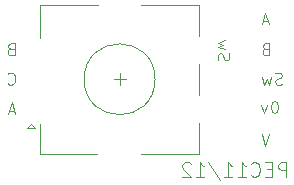
<source format=gbr>
%TF.GenerationSoftware,KiCad,Pcbnew,5.1.12-1.fc35*%
%TF.CreationDate,2021-11-27T14:33:04+00:00*%
%TF.ProjectId,kiCAD_TriSchmittPanelMount_v003,6b694341-445f-4547-9269-5363686d6974,rev?*%
%TF.SameCoordinates,Original*%
%TF.FileFunction,Legend,Bot*%
%TF.FilePolarity,Positive*%
%FSLAX46Y46*%
G04 Gerber Fmt 4.6, Leading zero omitted, Abs format (unit mm)*
G04 Created by KiCad (PCBNEW 5.1.12-1.fc35) date 2021-11-27 14:33:04*
%MOMM*%
%LPD*%
G01*
G04 APERTURE LIST*
%ADD10C,0.100000*%
%ADD11C,0.120000*%
G04 APERTURE END LIST*
D10*
X208995238Y-70480952D02*
X208947619Y-70338095D01*
X208947619Y-70100000D01*
X208995238Y-70004762D01*
X209042857Y-69957143D01*
X209138095Y-69909524D01*
X209233333Y-69909524D01*
X209328571Y-69957143D01*
X209376190Y-70004762D01*
X209423809Y-70100000D01*
X209471428Y-70290476D01*
X209519047Y-70385714D01*
X209566666Y-70433333D01*
X209661904Y-70480952D01*
X209757142Y-70480952D01*
X209852380Y-70433333D01*
X209900000Y-70385714D01*
X209947619Y-70290476D01*
X209947619Y-70052381D01*
X209900000Y-69909524D01*
X209614285Y-69576190D02*
X208947619Y-69385714D01*
X209423809Y-69195238D01*
X208947619Y-69004762D01*
X209614285Y-68814286D01*
X191428571Y-69528571D02*
X191285714Y-69576190D01*
X191238095Y-69623809D01*
X191190476Y-69719047D01*
X191190476Y-69861904D01*
X191238095Y-69957142D01*
X191285714Y-70004761D01*
X191380952Y-70052380D01*
X191761904Y-70052380D01*
X191761904Y-69052380D01*
X191428571Y-69052380D01*
X191333333Y-69100000D01*
X191285714Y-69147619D01*
X191238095Y-69242857D01*
X191238095Y-69338095D01*
X191285714Y-69433333D01*
X191333333Y-69480952D01*
X191428571Y-69528571D01*
X191761904Y-69528571D01*
X191190476Y-72457142D02*
X191238095Y-72504761D01*
X191380952Y-72552380D01*
X191476190Y-72552380D01*
X191619047Y-72504761D01*
X191714285Y-72409523D01*
X191761904Y-72314285D01*
X191809523Y-72123809D01*
X191809523Y-71980952D01*
X191761904Y-71790476D01*
X191714285Y-71695238D01*
X191619047Y-71600000D01*
X191476190Y-71552380D01*
X191380952Y-71552380D01*
X191238095Y-71600000D01*
X191190476Y-71647619D01*
X191738095Y-74766666D02*
X191261904Y-74766666D01*
X191833333Y-75052380D02*
X191500000Y-74052380D01*
X191166666Y-75052380D01*
X213333333Y-76752380D02*
X213000000Y-77752380D01*
X212666666Y-76752380D01*
X213804762Y-73952380D02*
X213709524Y-73952380D01*
X213614286Y-74000000D01*
X213566667Y-74047619D01*
X213519048Y-74142857D01*
X213471429Y-74333333D01*
X213471429Y-74571428D01*
X213519048Y-74761904D01*
X213566667Y-74857142D01*
X213614286Y-74904761D01*
X213709524Y-74952380D01*
X213804762Y-74952380D01*
X213900000Y-74904761D01*
X213947619Y-74857142D01*
X213995238Y-74761904D01*
X214042857Y-74571428D01*
X214042857Y-74333333D01*
X213995238Y-74142857D01*
X213947619Y-74047619D01*
X213900000Y-74000000D01*
X213804762Y-73952380D01*
X213138095Y-74285714D02*
X212900000Y-74952380D01*
X212661905Y-74285714D01*
X213000000Y-69528571D02*
X212857143Y-69576190D01*
X212809524Y-69623809D01*
X212761905Y-69719047D01*
X212761905Y-69861904D01*
X212809524Y-69957142D01*
X212857143Y-70004761D01*
X212952381Y-70052380D01*
X213333333Y-70052380D01*
X213333333Y-69052380D01*
X213000000Y-69052380D01*
X212904762Y-69100000D01*
X212857143Y-69147619D01*
X212809524Y-69242857D01*
X212809524Y-69338095D01*
X212857143Y-69433333D01*
X212904762Y-69480952D01*
X213000000Y-69528571D01*
X213333333Y-69528571D01*
X213238095Y-67166666D02*
X212761904Y-67166666D01*
X213333333Y-67452380D02*
X213000000Y-66452380D01*
X212666666Y-67452380D01*
X214380952Y-72504761D02*
X214238095Y-72552380D01*
X214000000Y-72552380D01*
X213904762Y-72504761D01*
X213857143Y-72457142D01*
X213809524Y-72361904D01*
X213809524Y-72266666D01*
X213857143Y-72171428D01*
X213904762Y-72123809D01*
X214000000Y-72076190D01*
X214190476Y-72028571D01*
X214285714Y-71980952D01*
X214333333Y-71933333D01*
X214380952Y-71838095D01*
X214380952Y-71742857D01*
X214333333Y-71647619D01*
X214285714Y-71600000D01*
X214190476Y-71552380D01*
X213952381Y-71552380D01*
X213809524Y-71600000D01*
X213476190Y-71885714D02*
X213285714Y-72552380D01*
X213095238Y-72076190D01*
X212904762Y-72552380D01*
X212714286Y-71885714D01*
X214771428Y-80342857D02*
X214771428Y-79142857D01*
X214314285Y-79142857D01*
X214200000Y-79200000D01*
X214142857Y-79257142D01*
X214085714Y-79371428D01*
X214085714Y-79542857D01*
X214142857Y-79657142D01*
X214200000Y-79714285D01*
X214314285Y-79771428D01*
X214771428Y-79771428D01*
X213571428Y-79714285D02*
X213171428Y-79714285D01*
X213000000Y-80342857D02*
X213571428Y-80342857D01*
X213571428Y-79142857D01*
X213000000Y-79142857D01*
X211800000Y-80228571D02*
X211857142Y-80285714D01*
X212028571Y-80342857D01*
X212142857Y-80342857D01*
X212314285Y-80285714D01*
X212428571Y-80171428D01*
X212485714Y-80057142D01*
X212542857Y-79828571D01*
X212542857Y-79657142D01*
X212485714Y-79428571D01*
X212428571Y-79314285D01*
X212314285Y-79200000D01*
X212142857Y-79142857D01*
X212028571Y-79142857D01*
X211857142Y-79200000D01*
X211800000Y-79257142D01*
X210657142Y-80342857D02*
X211342857Y-80342857D01*
X211000000Y-80342857D02*
X211000000Y-79142857D01*
X211114285Y-79314285D01*
X211228571Y-79428571D01*
X211342857Y-79485714D01*
X209514285Y-80342857D02*
X210200000Y-80342857D01*
X209857142Y-80342857D02*
X209857142Y-79142857D01*
X209971428Y-79314285D01*
X210085714Y-79428571D01*
X210200000Y-79485714D01*
X208142857Y-79085714D02*
X209171428Y-80628571D01*
X207114285Y-80342857D02*
X207800000Y-80342857D01*
X207457142Y-80342857D02*
X207457142Y-79142857D01*
X207571428Y-79314285D01*
X207685714Y-79428571D01*
X207800000Y-79485714D01*
X206657142Y-79257142D02*
X206600000Y-79200000D01*
X206485714Y-79142857D01*
X206200000Y-79142857D01*
X206085714Y-79200000D01*
X206028571Y-79257142D01*
X205971428Y-79371428D01*
X205971428Y-79485714D01*
X206028571Y-79657142D01*
X206714285Y-80342857D01*
X205971428Y-80342857D01*
D11*
%TO.C,SW1*%
X203650000Y-72100000D02*
G75*
G03*
X203650000Y-72100000I-3000000J0D01*
G01*
X202450000Y-78400000D02*
X207350000Y-78400000D01*
X207350000Y-65800000D02*
X202450000Y-65800000D01*
X198850000Y-65800000D02*
X193950000Y-65800000D01*
X193950000Y-65800000D02*
X193950000Y-68600000D01*
X198750000Y-78400000D02*
X193950000Y-78400000D01*
X193950000Y-78400000D02*
X193950000Y-75900000D01*
X193150000Y-75900000D02*
X192850000Y-76200000D01*
X192850000Y-76200000D02*
X193450000Y-76200000D01*
X193450000Y-76200000D02*
X193150000Y-75900000D01*
X207350000Y-78400000D02*
X207350000Y-75800000D01*
X207350000Y-73400000D02*
X207350000Y-70800000D01*
X207350000Y-68400000D02*
X207350000Y-65800000D01*
X200650000Y-72600000D02*
X200650000Y-71600000D01*
X200150000Y-72100000D02*
X201150000Y-72100000D01*
%TD*%
M02*

</source>
